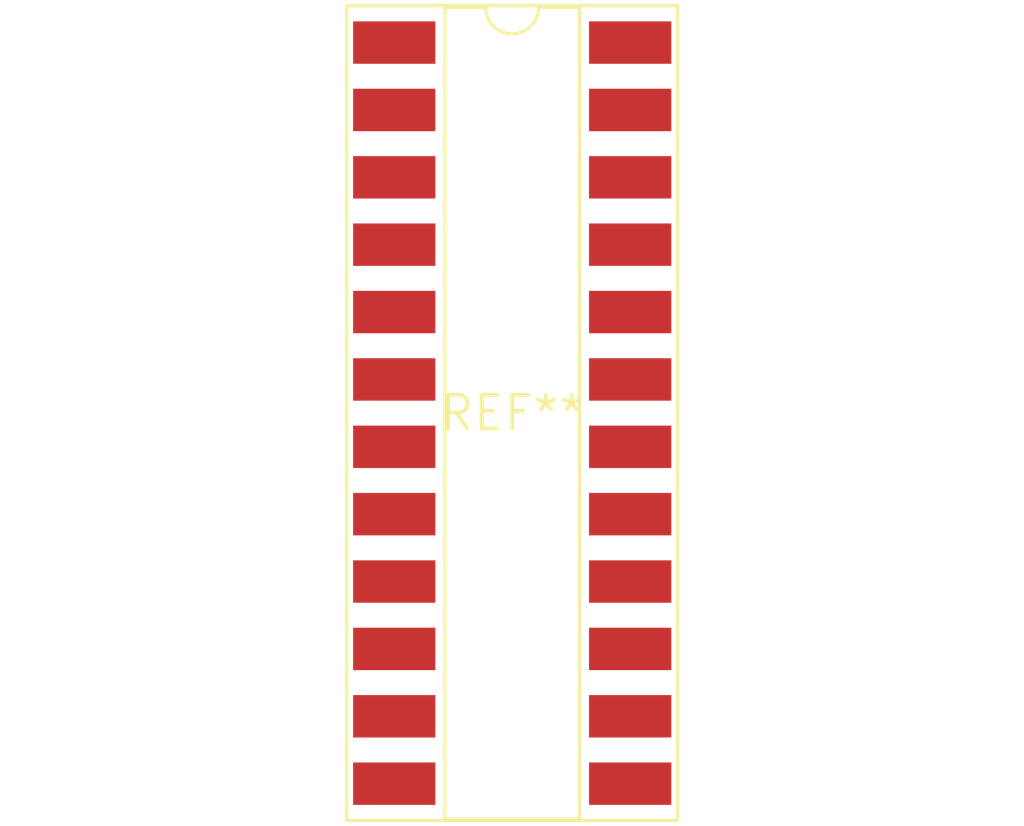
<source format=kicad_pcb>
(kicad_pcb (version 20240108) (generator pcbnew)
  (layers (0 "F.Cu" signal) (31 "B.Cu" signal) (34 "B.Paste" user) (35 "F.Paste" user) (36 "B.SilkS" user "B.Silkscreen") (37 "F.SilkS" user "F.Silkscreen") (38 "B.Mask" user) (39 "F.Mask" user) (44 "Edge.Cuts" user))
  (net 0 "")
  (footprint "DIP-24_W8.89mm_SMDSocket_LongPads" (layer "F.Cu") (at 0 0)
    (property "Reference" "REF**")
    (property "Value" "DIP-24_W8.89mm_SMDSocket_LongPads")
    (fp_line (start -6.235 -15.36) (end -6.235 15.36) (layer "F.SilkS") (stroke (width 0.12)))
    (fp_line (start -6.235 15.36) (end 6.235 15.36) (layer "F.SilkS") (stroke (width 0.12)))
    (fp_line (start -2.535 -15.3) (end -2.535 15.3) (layer "F.SilkS") (stroke (width 0.12)))
    (fp_line (start -2.535 15.3) (end 2.535 15.3) (layer "F.SilkS") (stroke (width 0.12)))
    (fp_line (start -1 -15.3) (end -2.535 -15.3) (layer "F.SilkS") (stroke (width 0.12)))
    (fp_line (start 2.535 -15.3) (end 1 -15.3) (layer "F.SilkS") (stroke (width 0.12)))
    (fp_line (start 2.535 15.3) (end 2.535 -15.3) (layer "F.SilkS") (stroke (width 0.12)))
    (fp_line (start 6.235 -15.36) (end -6.235 -15.36) (layer "F.SilkS") (stroke (width 0.12)))
    (fp_line (start 6.235 15.36) (end 6.235 -15.36) (layer "F.SilkS") (stroke (width 0.12)))
    (fp_arc (start 1 -15.3) (mid 0 -14.3) (end -1 -15.3) (layer "F.SilkS") (stroke (width 0.12)))
    (pad "1" smd rect (at -4.445 -13.97) (size 3.1 1.6) (layers "F.Cu" "F.Paste" "F.Mask"))
    (pad "2" smd rect (at -4.445 -11.43) (size 3.1 1.6) (layers "F.Cu" "F.Paste" "F.Mask"))
    (pad "3" smd rect (at -4.445 -8.89) (size 3.1 1.6) (layers "F.Cu" "F.Paste" "F.Mask"))
    (pad "4" smd rect (at -4.445 -6.35) (size 3.1 1.6) (layers "F.Cu" "F.Paste" "F.Mask"))
    (pad "5" smd rect (at -4.445 -3.81) (size 3.1 1.6) (layers "F.Cu" "F.Paste" "F.Mask"))
    (pad "6" smd rect (at -4.445 -1.27) (size 3.1 1.6) (layers "F.Cu" "F.Paste" "F.Mask"))
    (pad "7" smd rect (at -4.445 1.27) (size 3.1 1.6) (layers "F.Cu" "F.Paste" "F.Mask"))
    (pad "8" smd rect (at -4.445 3.81) (size 3.1 1.6) (layers "F.Cu" "F.Paste" "F.Mask"))
    (pad "9" smd rect (at -4.445 6.35) (size 3.1 1.6) (layers "F.Cu" "F.Paste" "F.Mask"))
    (pad "10" smd rect (at -4.445 8.89) (size 3.1 1.6) (layers "F.Cu" "F.Paste" "F.Mask"))
    (pad "11" smd rect (at -4.445 11.43) (size 3.1 1.6) (layers "F.Cu" "F.Paste" "F.Mask"))
    (pad "12" smd rect (at -4.445 13.97) (size 3.1 1.6) (layers "F.Cu" "F.Paste" "F.Mask"))
    (pad "13" smd rect (at 4.445 13.97) (size 3.1 1.6) (layers "F.Cu" "F.Paste" "F.Mask"))
    (pad "14" smd rect (at 4.445 11.43) (size 3.1 1.6) (layers "F.Cu" "F.Paste" "F.Mask"))
    (pad "15" smd rect (at 4.445 8.89) (size 3.1 1.6) (layers "F.Cu" "F.Paste" "F.Mask"))
    (pad "16" smd rect (at 4.445 6.35) (size 3.1 1.6) (layers "F.Cu" "F.Paste" "F.Mask"))
    (pad "17" smd rect (at 4.445 3.81) (size 3.1 1.6) (layers "F.Cu" "F.Paste" "F.Mask"))
    (pad "18" smd rect (at 4.445 1.27) (size 3.1 1.6) (layers "F.Cu" "F.Paste" "F.Mask"))
    (pad "19" smd rect (at 4.445 -1.27) (size 3.1 1.6) (layers "F.Cu" "F.Paste" "F.Mask"))
    (pad "20" smd rect (at 4.445 -3.81) (size 3.1 1.6) (layers "F.Cu" "F.Paste" "F.Mask"))
    (pad "21" smd rect (at 4.445 -6.35) (size 3.1 1.6) (layers "F.Cu" "F.Paste" "F.Mask"))
    (pad "22" smd rect (at 4.445 -8.89) (size 3.1 1.6) (layers "F.Cu" "F.Paste" "F.Mask"))
    (pad "23" smd rect (at 4.445 -11.43) (size 3.1 1.6) (layers "F.Cu" "F.Paste" "F.Mask"))
    (pad "24" smd rect (at 4.445 -13.97) (size 3.1 1.6) (layers "F.Cu" "F.Paste" "F.Mask"))
  )
)
</source>
